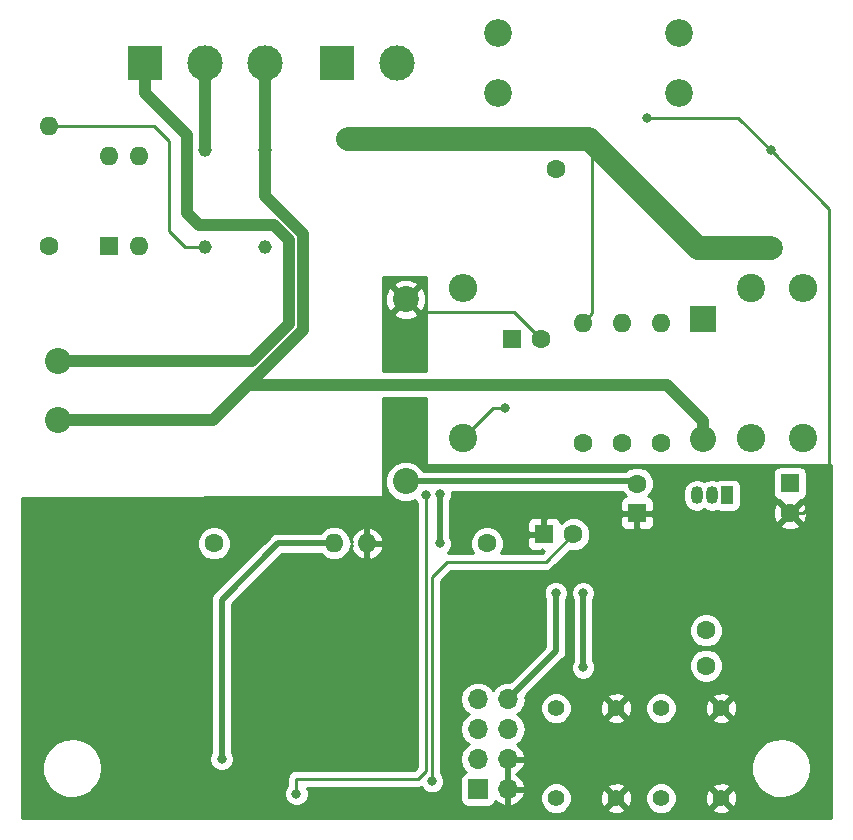
<source format=gbr>
G04 #@! TF.GenerationSoftware,KiCad,Pcbnew,5.0.2+dfsg1-1*
G04 #@! TF.CreationDate,2019-08-06T01:46:57+02:00*
G04 #@! TF.ProjectId,ceiling-light-dimmable,6365696c-696e-4672-9d6c-696768742d64,v1.1.0*
G04 #@! TF.SameCoordinates,Original*
G04 #@! TF.FileFunction,Copper,L2,Bot*
G04 #@! TF.FilePolarity,Positive*
%FSLAX46Y46*%
G04 Gerber Fmt 4.6, Leading zero omitted, Abs format (unit mm)*
G04 Created by KiCad (PCBNEW 5.0.2+dfsg1-1) date Tue 06 Aug 2019 01:46:57 AM CEST*
%MOMM*%
%LPD*%
G01*
G04 APERTURE LIST*
G04 #@! TA.AperFunction,ComponentPad*
%ADD10R,1.700000X1.700000*%
G04 #@! TD*
G04 #@! TA.AperFunction,ComponentPad*
%ADD11O,1.700000X1.700000*%
G04 #@! TD*
G04 #@! TA.AperFunction,ComponentPad*
%ADD12R,1.600000X1.600000*%
G04 #@! TD*
G04 #@! TA.AperFunction,ComponentPad*
%ADD13C,1.600000*%
G04 #@! TD*
G04 #@! TA.AperFunction,ComponentPad*
%ADD14C,1.397000*%
G04 #@! TD*
G04 #@! TA.AperFunction,ComponentPad*
%ADD15R,2.200000X2.200000*%
G04 #@! TD*
G04 #@! TA.AperFunction,ComponentPad*
%ADD16O,2.200000X2.200000*%
G04 #@! TD*
G04 #@! TA.AperFunction,ComponentPad*
%ADD17C,1.160000*%
G04 #@! TD*
G04 #@! TA.AperFunction,ComponentPad*
%ADD18C,2.350000*%
G04 #@! TD*
G04 #@! TA.AperFunction,ComponentPad*
%ADD19O,1.600000X1.600000*%
G04 #@! TD*
G04 #@! TA.AperFunction,ComponentPad*
%ADD20O,1.050000X1.500000*%
G04 #@! TD*
G04 #@! TA.AperFunction,ComponentPad*
%ADD21R,1.050000X1.500000*%
G04 #@! TD*
G04 #@! TA.AperFunction,ComponentPad*
%ADD22C,2.200000*%
G04 #@! TD*
G04 #@! TA.AperFunction,ComponentPad*
%ADD23C,2.400000*%
G04 #@! TD*
G04 #@! TA.AperFunction,ComponentPad*
%ADD24O,2.400000X2.400000*%
G04 #@! TD*
G04 #@! TA.AperFunction,ComponentPad*
%ADD25R,3.000000X3.000000*%
G04 #@! TD*
G04 #@! TA.AperFunction,ComponentPad*
%ADD26C,3.000000*%
G04 #@! TD*
G04 #@! TA.AperFunction,ViaPad*
%ADD27C,0.800000*%
G04 #@! TD*
G04 #@! TA.AperFunction,ViaPad*
%ADD28C,2.000000*%
G04 #@! TD*
G04 #@! TA.AperFunction,Conductor*
%ADD29C,1.000000*%
G04 #@! TD*
G04 #@! TA.AperFunction,Conductor*
%ADD30C,0.250000*%
G04 #@! TD*
G04 #@! TA.AperFunction,Conductor*
%ADD31C,0.500000*%
G04 #@! TD*
G04 #@! TA.AperFunction,Conductor*
%ADD32C,2.000000*%
G04 #@! TD*
G04 #@! TA.AperFunction,Conductor*
%ADD33C,0.254000*%
G04 #@! TD*
G04 APERTURE END LIST*
D10*
G04 #@! TO.P,J3,1*
G04 #@! TO.N,/ESP_EN*
X67831000Y-91688000D03*
D11*
G04 #@! TO.P,J3,2*
G04 #@! TO.N,GND*
X70371000Y-91688000D03*
G04 #@! TO.P,J3,3*
G04 #@! TO.N,/ESP_TXD0*
X67831000Y-89148000D03*
G04 #@! TO.P,J3,4*
G04 #@! TO.N,GND*
X70371000Y-89148000D03*
G04 #@! TO.P,J3,5*
G04 #@! TO.N,/ESP_RXD0*
X67831000Y-86608000D03*
G04 #@! TO.P,J3,6*
G04 #@! TO.N,+3V3*
X70371000Y-86608000D03*
G04 #@! TO.P,J3,7*
G04 #@! TO.N,/ESP_GPIO_00*
X67831000Y-84068000D03*
G04 #@! TO.P,J3,8*
G04 #@! TO.N,+5V*
X70371000Y-84068000D03*
G04 #@! TD*
D12*
G04 #@! TO.P,C5,1*
G04 #@! TO.N,+3V3*
X70675000Y-53600000D03*
D13*
G04 #@! TO.P,C5,2*
G04 #@! TO.N,GND*
X73175000Y-53600000D03*
G04 #@! TD*
G04 #@! TO.P,C4,2*
G04 #@! TO.N,+5V*
X81293000Y-65820000D03*
D12*
G04 #@! TO.P,C4,1*
G04 #@! TO.N,GND*
X81293000Y-68320000D03*
G04 #@! TD*
G04 #@! TO.P,C1,1*
G04 #@! TO.N,GND*
X73419000Y-70098000D03*
D13*
G04 #@! TO.P,C1,2*
G04 #@! TO.N,/ESP_GPIO_25*
X75919000Y-70098000D03*
G04 #@! TD*
G04 #@! TO.P,C2,2*
G04 #@! TO.N,GND*
X74450000Y-39150000D03*
D12*
G04 #@! TO.P,C2,1*
G04 #@! TO.N,Net-(C2-Pad1)*
X74450000Y-36650000D03*
G04 #@! TD*
G04 #@! TO.P,C3,1*
G04 #@! TO.N,Net-(C3-Pad1)*
X94247000Y-65780000D03*
D13*
G04 #@! TO.P,C3,2*
G04 #@! TO.N,GND*
X94247000Y-68280000D03*
G04 #@! TD*
D14*
G04 #@! TO.P,SW2,2*
G04 #@! TO.N,/ESP_EN*
X74435000Y-84830000D03*
G04 #@! TO.P,SW2,1*
G04 #@! TO.N,GND*
X79515000Y-84830000D03*
G04 #@! TO.P,SW2,2*
G04 #@! TO.N,/ESP_EN*
X74435000Y-92450000D03*
G04 #@! TO.P,SW2,1*
G04 #@! TO.N,GND*
X79515000Y-92450000D03*
G04 #@! TD*
G04 #@! TO.P,SW1,1*
G04 #@! TO.N,Net-(SW1-Pad1)*
X83325000Y-84830000D03*
G04 #@! TO.P,SW1,2*
G04 #@! TO.N,GND*
X88405000Y-84830000D03*
G04 #@! TO.P,SW1,1*
G04 #@! TO.N,Net-(SW1-Pad1)*
X83325000Y-92450000D03*
G04 #@! TO.P,SW1,2*
G04 #@! TO.N,GND*
X88405000Y-92450000D03*
G04 #@! TD*
D15*
G04 #@! TO.P,D2,1*
G04 #@! TO.N,Net-(D2-Pad1)*
X86881000Y-51902000D03*
D16*
G04 #@! TO.P,D2,2*
G04 #@! TO.N,/N_MAIN*
X86881000Y-62062000D03*
G04 #@! TD*
D17*
G04 #@! TO.P,BR1,4*
G04 #@! TO.N,/L_M1*
X44707000Y-37525000D03*
G04 #@! TO.P,BR1,3*
G04 #@! TO.N,/N_MAIN*
X49807000Y-37525000D03*
G04 #@! TO.P,BR1,2*
G04 #@! TO.N,Net-(BR1-Pad2)*
X49807000Y-45775000D03*
G04 #@! TO.P,BR1,1*
G04 #@! TO.N,Net-(BR1-Pad1)*
X44707000Y-45775000D03*
G04 #@! TD*
D18*
G04 #@! TO.P,F1,2*
G04 #@! TO.N,Net-(F1-Pad2)*
X69529000Y-32760000D03*
X69529000Y-27680000D03*
G04 #@! TO.P,F1,1*
G04 #@! TO.N,/L_OUT*
X84849000Y-32760000D03*
X84849000Y-27680000D03*
G04 #@! TD*
D13*
G04 #@! TO.P,R7,1*
G04 #@! TO.N,+3V3*
X87135000Y-78226000D03*
G04 #@! TO.P,R7,2*
G04 #@! TO.N,/ESP_GPIO_34*
X87135000Y-81226000D03*
G04 #@! TD*
D12*
G04 #@! TO.P,U1,1*
G04 #@! TO.N,Net-(R1-Pad1)*
X36589000Y-45714000D03*
D19*
G04 #@! TO.P,U1,3*
G04 #@! TO.N,GND*
X39129000Y-38094000D03*
G04 #@! TO.P,U1,2*
G04 #@! TO.N,Net-(BR1-Pad2)*
X39129000Y-45714000D03*
G04 #@! TO.P,U1,4*
G04 #@! TO.N,/ESP_GPIO_23*
X36589000Y-38094000D03*
G04 #@! TD*
D20*
G04 #@! TO.P,Q4,2*
G04 #@! TO.N,Net-(Q4-Pad2)*
X87643000Y-66796000D03*
G04 #@! TO.P,Q4,3*
G04 #@! TO.N,Net-(Q4-Pad3)*
X86373000Y-66796000D03*
D21*
G04 #@! TO.P,Q4,1*
G04 #@! TO.N,Net-(C3-Pad1)*
X88913000Y-66796000D03*
G04 #@! TD*
D22*
G04 #@! TO.P,U2,1*
G04 #@! TO.N,/L_M2*
X32303000Y-55406000D03*
G04 #@! TO.P,U2,2*
G04 #@! TO.N,/N_MAIN*
X32303000Y-60406000D03*
G04 #@! TO.P,U2,3*
G04 #@! TO.N,GND*
X61703000Y-50206000D03*
G04 #@! TO.P,U2,4*
G04 #@! TO.N,+5V*
X61703000Y-65606000D03*
G04 #@! TD*
D19*
G04 #@! TO.P,R1,2*
G04 #@! TO.N,Net-(BR1-Pad1)*
X31509000Y-35554000D03*
D13*
G04 #@! TO.P,R1,1*
G04 #@! TO.N,Net-(R1-Pad1)*
X31509000Y-45714000D03*
G04 #@! TD*
G04 #@! TO.P,R2,1*
G04 #@! TO.N,/ESP_GPIO_23*
X45479000Y-70860000D03*
D19*
G04 #@! TO.P,R2,2*
G04 #@! TO.N,+3V3*
X55639000Y-70860000D03*
G04 #@! TD*
D13*
G04 #@! TO.P,R5,1*
G04 #@! TO.N,Net-(Q4-Pad2)*
X83325000Y-62354000D03*
D19*
G04 #@! TO.P,R5,2*
G04 #@! TO.N,Net-(D2-Pad1)*
X83325000Y-52194000D03*
G04 #@! TD*
D13*
G04 #@! TO.P,R6,1*
G04 #@! TO.N,/ESP_GPIO_34*
X68593000Y-70860000D03*
D19*
G04 #@! TO.P,R6,2*
G04 #@! TO.N,GND*
X58433000Y-70860000D03*
G04 #@! TD*
D13*
G04 #@! TO.P,R9,1*
G04 #@! TO.N,Net-(Q4-Pad3)*
X80023000Y-62354000D03*
D19*
G04 #@! TO.P,R9,2*
G04 #@! TO.N,Net-(D2-Pad1)*
X80023000Y-52194000D03*
G04 #@! TD*
G04 #@! TO.P,R11,2*
G04 #@! TO.N,Net-(C2-Pad1)*
X76721000Y-52204000D03*
D13*
G04 #@! TO.P,R11,1*
G04 #@! TO.N,Net-(R11-Pad1)*
X76721000Y-62364000D03*
G04 #@! TD*
D23*
G04 #@! TO.P,R10,1*
G04 #@! TO.N,Net-(R10-Pad1)*
X66561000Y-61970000D03*
D24*
G04 #@! TO.P,R10,2*
G04 #@! TO.N,/L_M2*
X66561000Y-49270000D03*
G04 #@! TD*
G04 #@! TO.P,R12,2*
G04 #@! TO.N,/L_OUT*
X95373000Y-49278000D03*
D23*
G04 #@! TO.P,R12,1*
G04 #@! TO.N,Net-(R12-Pad1)*
X95373000Y-61978000D03*
G04 #@! TD*
G04 #@! TO.P,R13,1*
G04 #@! TO.N,Net-(R13-Pad1)*
X90945000Y-49270000D03*
D24*
G04 #@! TO.P,R13,2*
G04 #@! TO.N,/N_MAIN*
X90945000Y-61970000D03*
G04 #@! TD*
D25*
G04 #@! TO.P,J2,1*
G04 #@! TO.N,/N_MAIN*
X55893000Y-30220000D03*
D26*
G04 #@! TO.P,J2,2*
G04 #@! TO.N,Net-(F1-Pad2)*
X60973000Y-30220000D03*
G04 #@! TD*
D25*
G04 #@! TO.P,J1,1*
G04 #@! TO.N,/L_M2*
X39637000Y-30220000D03*
D26*
G04 #@! TO.P,J1,2*
G04 #@! TO.N,/L_M1*
X44717000Y-30220000D03*
G04 #@! TO.P,J1,3*
G04 #@! TO.N,/N_MAIN*
X49797000Y-30220000D03*
G04 #@! TD*
D27*
G04 #@! TO.N,+3V3*
X46125000Y-89125000D03*
X64600000Y-66725000D03*
X64600000Y-70875000D03*
X76721000Y-81376000D03*
X76721000Y-75076000D03*
G04 #@! TO.N,GND*
X62150000Y-89275000D03*
X44850000Y-92050000D03*
X44850000Y-75075000D03*
X82125000Y-34850000D03*
X92600000Y-37575000D03*
G04 #@! TO.N,Net-(R10-Pad1)*
X70149000Y-59424000D03*
D28*
G04 #@! TO.N,Net-(C2-Pad1)*
X56845000Y-36675000D03*
X92650000Y-45900000D03*
D27*
G04 #@! TO.N,+5V*
X74421000Y-75076000D03*
G04 #@! TO.N,/ESP_GPIO_35*
X52464000Y-92060000D03*
X63425000Y-66750000D03*
G04 #@! TO.N,/ESP_GPIO_25*
X63950000Y-91009989D03*
G04 #@! TD*
D29*
G04 #@! TO.N,/N_MAIN*
X49807000Y-41486930D02*
X53029010Y-44708940D01*
X49807000Y-37525000D02*
X49807000Y-41486930D01*
X53029010Y-44708940D02*
X53029009Y-52815061D01*
X49807000Y-37525000D02*
X49807000Y-30230000D01*
X86881000Y-60506366D02*
X83799634Y-57425000D01*
X86881000Y-62062000D02*
X86881000Y-60506366D01*
X83799634Y-57425000D02*
X48400000Y-57425000D01*
X49218991Y-56606009D02*
X48400000Y-57425000D01*
X53029009Y-52815061D02*
X49238061Y-56606009D01*
X49238061Y-56606009D02*
X49218991Y-56606009D01*
X45419000Y-60406000D02*
X48400000Y-57425000D01*
X32303000Y-60406000D02*
X45419000Y-60406000D01*
D30*
G04 #@! TO.N,Net-(BR1-Pad1)*
X41669000Y-44444000D02*
X43000000Y-45775000D01*
X43000000Y-45775000D02*
X44707000Y-45775000D01*
X41669000Y-36824000D02*
X41669000Y-44444000D01*
X31509000Y-35554000D02*
X40399000Y-35554000D01*
X40399000Y-35554000D02*
X41669000Y-36824000D01*
D31*
G04 #@! TO.N,+3V3*
X55639000Y-70860000D02*
X50890000Y-70860000D01*
X50890000Y-70860000D02*
X46125000Y-75625000D01*
X46125000Y-75625000D02*
X46125000Y-89125000D01*
X64600000Y-66725000D02*
X64600000Y-70875000D01*
X76721000Y-81376000D02*
X76721000Y-75076000D01*
D30*
G04 #@! TO.N,GND*
X72375001Y-52800001D02*
X73175000Y-53600000D01*
X70880999Y-51305999D02*
X72375001Y-52800001D01*
X61703000Y-50206000D02*
X62802999Y-51305999D01*
X62802999Y-51305999D02*
X70880999Y-51305999D01*
X82150000Y-34825000D02*
X82125000Y-34850000D01*
X82690685Y-34850000D02*
X82125000Y-34850000D01*
X95378370Y-68280000D02*
X94247000Y-68280000D01*
X97575000Y-66083370D02*
X95378370Y-68280000D01*
X97575000Y-42550000D02*
X97575000Y-66083370D01*
X92600000Y-37575000D02*
X97575000Y-42550000D01*
X89875000Y-34850000D02*
X82125000Y-34850000D01*
X92600000Y-37575000D02*
X89875000Y-34850000D01*
G04 #@! TO.N,Net-(R10-Pad1)*
X66561000Y-61970000D02*
X69107000Y-59424000D01*
X69107000Y-59424000D02*
X70149000Y-59424000D01*
D32*
G04 #@! TO.N,Net-(C2-Pad1)*
X74425000Y-36675000D02*
X74450000Y-36650000D01*
X56845000Y-36675000D02*
X74425000Y-36675000D01*
X77250000Y-36650000D02*
X74450000Y-36650000D01*
X77520999Y-36920999D02*
X77250000Y-36650000D01*
D30*
X76721000Y-52204000D02*
X77520999Y-51404001D01*
X77520999Y-51404001D02*
X77520999Y-36920999D01*
D32*
X86500000Y-45900000D02*
X77520999Y-36920999D01*
X92650000Y-45900000D02*
X86500000Y-45900000D01*
D31*
G04 #@! TO.N,+5V*
X81079000Y-65606000D02*
X81293000Y-65820000D01*
X61703000Y-65606000D02*
X81079000Y-65606000D01*
X71220999Y-83218001D02*
X71220999Y-83204001D01*
X70371000Y-84068000D02*
X71220999Y-83218001D01*
X71220999Y-83204001D02*
X74421000Y-80004000D01*
X74421000Y-80004000D02*
X74421000Y-75076000D01*
D29*
G04 #@! TO.N,/L_M2*
X48741000Y-55406000D02*
X32303000Y-55406000D01*
X51829000Y-52318000D02*
X48741000Y-55406000D01*
X51829000Y-45206000D02*
X51829000Y-52318000D01*
X50559000Y-43936000D02*
X51829000Y-45206000D01*
X39637000Y-30220000D02*
X39637000Y-32720000D01*
X43193000Y-36276000D02*
X43193000Y-42920000D01*
X43193000Y-42920000D02*
X44209000Y-43936000D01*
X39637000Y-32720000D02*
X43193000Y-36276000D01*
X44209000Y-43936000D02*
X50559000Y-43936000D01*
G04 #@! TO.N,/L_M1*
X44707000Y-37525000D02*
X44707000Y-30230000D01*
D30*
G04 #@! TO.N,/ESP_GPIO_35*
X52464000Y-90810000D02*
X52464000Y-92060000D01*
X62765000Y-90810000D02*
X52464000Y-90810000D01*
X63425000Y-66750000D02*
X63425000Y-90150000D01*
X63425000Y-90150000D02*
X62765000Y-90810000D01*
G04 #@! TO.N,/ESP_GPIO_25*
X63950000Y-82067000D02*
X63950000Y-91009989D01*
X75919000Y-70098000D02*
X73592000Y-72425000D01*
X63950000Y-73725000D02*
X63950000Y-82067000D01*
X73592000Y-72425000D02*
X65250000Y-72425000D01*
X65250000Y-72425000D02*
X63950000Y-73725000D01*
G04 #@! TD*
D33*
G04 #@! TO.N,GND*
G36*
X63473000Y-64125199D02*
X63482744Y-64173785D01*
X63510339Y-64214943D01*
X63551583Y-64242409D01*
X63599916Y-64252000D01*
X97740001Y-64274505D01*
X97740001Y-94165000D01*
X29210000Y-94165000D01*
X29210000Y-89539997D01*
X30945490Y-89539997D01*
X30951456Y-90299690D01*
X31180540Y-91024045D01*
X31612485Y-91649018D01*
X32209103Y-92119354D01*
X32917644Y-92393467D01*
X33675463Y-92447124D01*
X34415558Y-92275579D01*
X35072495Y-91894000D01*
X35109354Y-91854126D01*
X51429000Y-91854126D01*
X51429000Y-92265874D01*
X51586569Y-92646280D01*
X51877720Y-92937431D01*
X52258126Y-93095000D01*
X52669874Y-93095000D01*
X53050280Y-92937431D01*
X53341431Y-92646280D01*
X53499000Y-92265874D01*
X53499000Y-91854126D01*
X53381311Y-91570000D01*
X62690153Y-91570000D01*
X62765000Y-91584888D01*
X62839847Y-91570000D01*
X62839852Y-91570000D01*
X63044802Y-91529233D01*
X63072569Y-91596269D01*
X63363720Y-91887420D01*
X63744126Y-92044989D01*
X64155874Y-92044989D01*
X64536280Y-91887420D01*
X64827431Y-91596269D01*
X64985000Y-91215863D01*
X64985000Y-90804115D01*
X64827431Y-90423709D01*
X64710000Y-90306278D01*
X64710000Y-84068000D01*
X66316908Y-84068000D01*
X66432161Y-84647418D01*
X66760375Y-85138625D01*
X67058761Y-85338000D01*
X66760375Y-85537375D01*
X66432161Y-86028582D01*
X66316908Y-86608000D01*
X66432161Y-87187418D01*
X66760375Y-87678625D01*
X67058761Y-87878000D01*
X66760375Y-88077375D01*
X66432161Y-88568582D01*
X66316908Y-89148000D01*
X66432161Y-89727418D01*
X66760375Y-90218625D01*
X66778619Y-90230816D01*
X66733235Y-90239843D01*
X66523191Y-90380191D01*
X66382843Y-90590235D01*
X66333560Y-90838000D01*
X66333560Y-92538000D01*
X66382843Y-92785765D01*
X66523191Y-92995809D01*
X66733235Y-93136157D01*
X66981000Y-93185440D01*
X68681000Y-93185440D01*
X68928765Y-93136157D01*
X69138809Y-92995809D01*
X69279157Y-92785765D01*
X69300961Y-92676145D01*
X69489642Y-92883183D01*
X70014108Y-93129486D01*
X70244000Y-93008819D01*
X70244000Y-91815000D01*
X70498000Y-91815000D01*
X70498000Y-93008819D01*
X70727892Y-93129486D01*
X71252358Y-92883183D01*
X71642645Y-92454924D01*
X71754547Y-92184750D01*
X73101500Y-92184750D01*
X73101500Y-92715250D01*
X73304513Y-93205367D01*
X73679633Y-93580487D01*
X74169750Y-93783500D01*
X74700250Y-93783500D01*
X75190367Y-93580487D01*
X75386666Y-93384188D01*
X78760417Y-93384188D01*
X78822071Y-93619800D01*
X79322480Y-93795927D01*
X79852199Y-93767148D01*
X80207929Y-93619800D01*
X80269583Y-93384188D01*
X79515000Y-92629605D01*
X78760417Y-93384188D01*
X75386666Y-93384188D01*
X75565487Y-93205367D01*
X75768500Y-92715250D01*
X75768500Y-92257480D01*
X78169073Y-92257480D01*
X78197852Y-92787199D01*
X78345200Y-93142929D01*
X78580812Y-93204583D01*
X79335395Y-92450000D01*
X79694605Y-92450000D01*
X80449188Y-93204583D01*
X80684800Y-93142929D01*
X80860927Y-92642520D01*
X80836057Y-92184750D01*
X81991500Y-92184750D01*
X81991500Y-92715250D01*
X82194513Y-93205367D01*
X82569633Y-93580487D01*
X83059750Y-93783500D01*
X83590250Y-93783500D01*
X84080367Y-93580487D01*
X84276666Y-93384188D01*
X87650417Y-93384188D01*
X87712071Y-93619800D01*
X88212480Y-93795927D01*
X88742199Y-93767148D01*
X89097929Y-93619800D01*
X89159583Y-93384188D01*
X88405000Y-92629605D01*
X87650417Y-93384188D01*
X84276666Y-93384188D01*
X84455487Y-93205367D01*
X84658500Y-92715250D01*
X84658500Y-92257480D01*
X87059073Y-92257480D01*
X87087852Y-92787199D01*
X87235200Y-93142929D01*
X87470812Y-93204583D01*
X88225395Y-92450000D01*
X88584605Y-92450000D01*
X89339188Y-93204583D01*
X89574800Y-93142929D01*
X89750927Y-92642520D01*
X89722148Y-92112801D01*
X89574800Y-91757071D01*
X89339188Y-91695417D01*
X88584605Y-92450000D01*
X88225395Y-92450000D01*
X87470812Y-91695417D01*
X87235200Y-91757071D01*
X87059073Y-92257480D01*
X84658500Y-92257480D01*
X84658500Y-92184750D01*
X84455487Y-91694633D01*
X84276666Y-91515812D01*
X87650417Y-91515812D01*
X88405000Y-92270395D01*
X89159583Y-91515812D01*
X89097929Y-91280200D01*
X88597520Y-91104073D01*
X88067801Y-91132852D01*
X87712071Y-91280200D01*
X87650417Y-91515812D01*
X84276666Y-91515812D01*
X84080367Y-91319513D01*
X83590250Y-91116500D01*
X83059750Y-91116500D01*
X82569633Y-91319513D01*
X82194513Y-91694633D01*
X81991500Y-92184750D01*
X80836057Y-92184750D01*
X80832148Y-92112801D01*
X80684800Y-91757071D01*
X80449188Y-91695417D01*
X79694605Y-92450000D01*
X79335395Y-92450000D01*
X78580812Y-91695417D01*
X78345200Y-91757071D01*
X78169073Y-92257480D01*
X75768500Y-92257480D01*
X75768500Y-92184750D01*
X75565487Y-91694633D01*
X75386666Y-91515812D01*
X78760417Y-91515812D01*
X79515000Y-92270395D01*
X80269583Y-91515812D01*
X80207929Y-91280200D01*
X79707520Y-91104073D01*
X79177801Y-91132852D01*
X78822071Y-91280200D01*
X78760417Y-91515812D01*
X75386666Y-91515812D01*
X75190367Y-91319513D01*
X74700250Y-91116500D01*
X74169750Y-91116500D01*
X73679633Y-91319513D01*
X73304513Y-91694633D01*
X73101500Y-92184750D01*
X71754547Y-92184750D01*
X71812476Y-92044890D01*
X71691155Y-91815000D01*
X70498000Y-91815000D01*
X70244000Y-91815000D01*
X70224000Y-91815000D01*
X70224000Y-91561000D01*
X70244000Y-91561000D01*
X70244000Y-89275000D01*
X70498000Y-89275000D01*
X70498000Y-91561000D01*
X71691155Y-91561000D01*
X71812476Y-91331110D01*
X71642645Y-90921076D01*
X71252358Y-90492817D01*
X71093046Y-90418000D01*
X71252358Y-90343183D01*
X71642645Y-89914924D01*
X71797935Y-89539997D01*
X90945490Y-89539997D01*
X90951456Y-90299690D01*
X91180540Y-91024045D01*
X91612485Y-91649018D01*
X92209103Y-92119354D01*
X92917644Y-92393467D01*
X93675463Y-92447124D01*
X94415558Y-92275579D01*
X95072495Y-91894000D01*
X95588191Y-91336123D01*
X95917051Y-90651273D01*
X96030000Y-89900000D01*
X96029685Y-89859868D01*
X95904949Y-89110462D01*
X95565373Y-88430862D01*
X95040978Y-87881154D01*
X94378128Y-87509941D01*
X93635430Y-87350042D01*
X92878547Y-87415595D01*
X92174399Y-87700804D01*
X91585243Y-88180453D01*
X91163167Y-88812134D01*
X90945490Y-89539997D01*
X71797935Y-89539997D01*
X71812476Y-89504890D01*
X71691155Y-89275000D01*
X70498000Y-89275000D01*
X70244000Y-89275000D01*
X70224000Y-89275000D01*
X70224000Y-89021000D01*
X70244000Y-89021000D01*
X70244000Y-89001000D01*
X70498000Y-89001000D01*
X70498000Y-89021000D01*
X71691155Y-89021000D01*
X71812476Y-88791110D01*
X71642645Y-88381076D01*
X71252358Y-87952817D01*
X71122522Y-87891843D01*
X71441625Y-87678625D01*
X71769839Y-87187418D01*
X71885092Y-86608000D01*
X71769839Y-86028582D01*
X71441625Y-85537375D01*
X71143239Y-85338000D01*
X71441625Y-85138625D01*
X71769839Y-84647418D01*
X71786282Y-84564750D01*
X73101500Y-84564750D01*
X73101500Y-85095250D01*
X73304513Y-85585367D01*
X73679633Y-85960487D01*
X74169750Y-86163500D01*
X74700250Y-86163500D01*
X75190367Y-85960487D01*
X75386666Y-85764188D01*
X78760417Y-85764188D01*
X78822071Y-85999800D01*
X79322480Y-86175927D01*
X79852199Y-86147148D01*
X80207929Y-85999800D01*
X80269583Y-85764188D01*
X79515000Y-85009605D01*
X78760417Y-85764188D01*
X75386666Y-85764188D01*
X75565487Y-85585367D01*
X75768500Y-85095250D01*
X75768500Y-84637480D01*
X78169073Y-84637480D01*
X78197852Y-85167199D01*
X78345200Y-85522929D01*
X78580812Y-85584583D01*
X79335395Y-84830000D01*
X79694605Y-84830000D01*
X80449188Y-85584583D01*
X80684800Y-85522929D01*
X80860927Y-85022520D01*
X80836057Y-84564750D01*
X81991500Y-84564750D01*
X81991500Y-85095250D01*
X82194513Y-85585367D01*
X82569633Y-85960487D01*
X83059750Y-86163500D01*
X83590250Y-86163500D01*
X84080367Y-85960487D01*
X84276666Y-85764188D01*
X87650417Y-85764188D01*
X87712071Y-85999800D01*
X88212480Y-86175927D01*
X88742199Y-86147148D01*
X89097929Y-85999800D01*
X89159583Y-85764188D01*
X88405000Y-85009605D01*
X87650417Y-85764188D01*
X84276666Y-85764188D01*
X84455487Y-85585367D01*
X84658500Y-85095250D01*
X84658500Y-84637480D01*
X87059073Y-84637480D01*
X87087852Y-85167199D01*
X87235200Y-85522929D01*
X87470812Y-85584583D01*
X88225395Y-84830000D01*
X88584605Y-84830000D01*
X89339188Y-85584583D01*
X89574800Y-85522929D01*
X89750927Y-85022520D01*
X89722148Y-84492801D01*
X89574800Y-84137071D01*
X89339188Y-84075417D01*
X88584605Y-84830000D01*
X88225395Y-84830000D01*
X87470812Y-84075417D01*
X87235200Y-84137071D01*
X87059073Y-84637480D01*
X84658500Y-84637480D01*
X84658500Y-84564750D01*
X84455487Y-84074633D01*
X84276666Y-83895812D01*
X87650417Y-83895812D01*
X88405000Y-84650395D01*
X89159583Y-83895812D01*
X89097929Y-83660200D01*
X88597520Y-83484073D01*
X88067801Y-83512852D01*
X87712071Y-83660200D01*
X87650417Y-83895812D01*
X84276666Y-83895812D01*
X84080367Y-83699513D01*
X83590250Y-83496500D01*
X83059750Y-83496500D01*
X82569633Y-83699513D01*
X82194513Y-84074633D01*
X81991500Y-84564750D01*
X80836057Y-84564750D01*
X80832148Y-84492801D01*
X80684800Y-84137071D01*
X80449188Y-84075417D01*
X79694605Y-84830000D01*
X79335395Y-84830000D01*
X78580812Y-84075417D01*
X78345200Y-84137071D01*
X78169073Y-84637480D01*
X75768500Y-84637480D01*
X75768500Y-84564750D01*
X75565487Y-84074633D01*
X75386666Y-83895812D01*
X78760417Y-83895812D01*
X79515000Y-84650395D01*
X80269583Y-83895812D01*
X80207929Y-83660200D01*
X79707520Y-83484073D01*
X79177801Y-83512852D01*
X78822071Y-83660200D01*
X78760417Y-83895812D01*
X75386666Y-83895812D01*
X75190367Y-83699513D01*
X74700250Y-83496500D01*
X74169750Y-83496500D01*
X73679633Y-83699513D01*
X73304513Y-84074633D01*
X73101500Y-84564750D01*
X71786282Y-84564750D01*
X71885092Y-84068000D01*
X71844823Y-83865555D01*
X71859048Y-83856050D01*
X71936616Y-83739962D01*
X74985156Y-80691423D01*
X75059049Y-80642049D01*
X75254652Y-80349310D01*
X75306000Y-80091165D01*
X75306000Y-80091161D01*
X75323337Y-80004000D01*
X75306000Y-79916839D01*
X75306000Y-75644007D01*
X75456000Y-75281874D01*
X75456000Y-74870126D01*
X75686000Y-74870126D01*
X75686000Y-75281874D01*
X75836001Y-75644009D01*
X75836000Y-80807993D01*
X75686000Y-81170126D01*
X75686000Y-81581874D01*
X75843569Y-81962280D01*
X76134720Y-82253431D01*
X76515126Y-82411000D01*
X76926874Y-82411000D01*
X77307280Y-82253431D01*
X77598431Y-81962280D01*
X77756000Y-81581874D01*
X77756000Y-81170126D01*
X77660912Y-80940561D01*
X85700000Y-80940561D01*
X85700000Y-81511439D01*
X85918466Y-82038862D01*
X86322138Y-82442534D01*
X86849561Y-82661000D01*
X87420439Y-82661000D01*
X87947862Y-82442534D01*
X88351534Y-82038862D01*
X88570000Y-81511439D01*
X88570000Y-80940561D01*
X88351534Y-80413138D01*
X87947862Y-80009466D01*
X87420439Y-79791000D01*
X86849561Y-79791000D01*
X86322138Y-80009466D01*
X85918466Y-80413138D01*
X85700000Y-80940561D01*
X77660912Y-80940561D01*
X77606000Y-80807993D01*
X77606000Y-77940561D01*
X85700000Y-77940561D01*
X85700000Y-78511439D01*
X85918466Y-79038862D01*
X86322138Y-79442534D01*
X86849561Y-79661000D01*
X87420439Y-79661000D01*
X87947862Y-79442534D01*
X88351534Y-79038862D01*
X88570000Y-78511439D01*
X88570000Y-77940561D01*
X88351534Y-77413138D01*
X87947862Y-77009466D01*
X87420439Y-76791000D01*
X86849561Y-76791000D01*
X86322138Y-77009466D01*
X85918466Y-77413138D01*
X85700000Y-77940561D01*
X77606000Y-77940561D01*
X77606000Y-75644007D01*
X77756000Y-75281874D01*
X77756000Y-74870126D01*
X77598431Y-74489720D01*
X77307280Y-74198569D01*
X76926874Y-74041000D01*
X76515126Y-74041000D01*
X76134720Y-74198569D01*
X75843569Y-74489720D01*
X75686000Y-74870126D01*
X75456000Y-74870126D01*
X75298431Y-74489720D01*
X75007280Y-74198569D01*
X74626874Y-74041000D01*
X74215126Y-74041000D01*
X73834720Y-74198569D01*
X73543569Y-74489720D01*
X73386000Y-74870126D01*
X73386000Y-75281874D01*
X73536001Y-75644009D01*
X73536000Y-79637421D01*
X70656845Y-82516577D01*
X70582950Y-82565952D01*
X70565188Y-82592534D01*
X70517256Y-82583000D01*
X70224744Y-82583000D01*
X69791582Y-82669161D01*
X69300375Y-82997375D01*
X69101000Y-83295761D01*
X68901625Y-82997375D01*
X68410418Y-82669161D01*
X67977256Y-82583000D01*
X67684744Y-82583000D01*
X67251582Y-82669161D01*
X66760375Y-82997375D01*
X66432161Y-83488582D01*
X66316908Y-84068000D01*
X64710000Y-84068000D01*
X64710000Y-74039801D01*
X65564802Y-73185000D01*
X73517153Y-73185000D01*
X73592000Y-73199888D01*
X73666847Y-73185000D01*
X73666852Y-73185000D01*
X73888537Y-73140904D01*
X74139929Y-72972929D01*
X74182331Y-72909470D01*
X75580698Y-71511103D01*
X75633561Y-71533000D01*
X76204439Y-71533000D01*
X76731862Y-71314534D01*
X77135534Y-70910862D01*
X77354000Y-70383439D01*
X77354000Y-69812561D01*
X77135534Y-69285138D01*
X76731862Y-68881466D01*
X76204439Y-68663000D01*
X75633561Y-68663000D01*
X75106138Y-68881466D01*
X74842845Y-69144759D01*
X74757327Y-68938301D01*
X74578698Y-68759673D01*
X74345309Y-68663000D01*
X73704750Y-68663000D01*
X73546000Y-68821750D01*
X73546000Y-69971000D01*
X73566000Y-69971000D01*
X73566000Y-70225000D01*
X73546000Y-70225000D01*
X73546000Y-70245000D01*
X73292000Y-70245000D01*
X73292000Y-70225000D01*
X72142750Y-70225000D01*
X71984000Y-70383750D01*
X71984000Y-71024310D01*
X72080673Y-71257699D01*
X72259302Y-71436327D01*
X72492691Y-71533000D01*
X73133250Y-71533000D01*
X73291998Y-71374252D01*
X73291998Y-71533000D01*
X73409199Y-71533000D01*
X73277199Y-71665000D01*
X69812791Y-71665000D01*
X70028000Y-71145439D01*
X70028000Y-70574561D01*
X69809534Y-70047138D01*
X69405862Y-69643466D01*
X68878439Y-69425000D01*
X68307561Y-69425000D01*
X67780138Y-69643466D01*
X67376466Y-70047138D01*
X67158000Y-70574561D01*
X67158000Y-71145439D01*
X67373209Y-71665000D01*
X65324848Y-71665000D01*
X65282195Y-71656516D01*
X65477431Y-71461280D01*
X65635000Y-71080874D01*
X65635000Y-70669126D01*
X65485000Y-70306993D01*
X65485000Y-69171690D01*
X71984000Y-69171690D01*
X71984000Y-69812250D01*
X72142750Y-69971000D01*
X73292000Y-69971000D01*
X73292000Y-68821750D01*
X73133250Y-68663000D01*
X72492691Y-68663000D01*
X72259302Y-68759673D01*
X72080673Y-68938301D01*
X71984000Y-69171690D01*
X65485000Y-69171690D01*
X65485000Y-68605750D01*
X79858000Y-68605750D01*
X79858000Y-69246309D01*
X79954673Y-69479698D01*
X80133301Y-69658327D01*
X80366690Y-69755000D01*
X81007250Y-69755000D01*
X81166000Y-69596250D01*
X81166000Y-68447000D01*
X81420000Y-68447000D01*
X81420000Y-69596250D01*
X81578750Y-69755000D01*
X82219310Y-69755000D01*
X82452699Y-69658327D01*
X82631327Y-69479698D01*
X82710836Y-69287745D01*
X93418861Y-69287745D01*
X93492995Y-69533864D01*
X94030223Y-69726965D01*
X94600454Y-69699778D01*
X95001005Y-69533864D01*
X95075139Y-69287745D01*
X94247000Y-68459605D01*
X93418861Y-69287745D01*
X82710836Y-69287745D01*
X82728000Y-69246309D01*
X82728000Y-68605750D01*
X82569250Y-68447000D01*
X81420000Y-68447000D01*
X81166000Y-68447000D01*
X80016750Y-68447000D01*
X79858000Y-68605750D01*
X65485000Y-68605750D01*
X65485000Y-67293007D01*
X65635000Y-66930874D01*
X65635000Y-66519126D01*
X65623350Y-66491000D01*
X80017705Y-66491000D01*
X80076466Y-66632862D01*
X80339759Y-66896155D01*
X80133301Y-66981673D01*
X79954673Y-67160302D01*
X79858000Y-67393691D01*
X79858000Y-68034250D01*
X80016750Y-68193000D01*
X81166000Y-68193000D01*
X81166000Y-68173000D01*
X81420000Y-68173000D01*
X81420000Y-68193000D01*
X82569250Y-68193000D01*
X82728000Y-68034250D01*
X82728000Y-67393691D01*
X82631327Y-67160302D01*
X82452699Y-66981673D01*
X82246241Y-66896155D01*
X82509534Y-66632862D01*
X82582480Y-66456754D01*
X85213000Y-66456754D01*
X85213000Y-67135245D01*
X85280305Y-67473608D01*
X85536687Y-67857313D01*
X85920391Y-68113695D01*
X86373000Y-68203725D01*
X86825608Y-68113695D01*
X87008000Y-67991825D01*
X87190391Y-68113695D01*
X87643000Y-68203725D01*
X88094866Y-68113842D01*
X88140235Y-68144157D01*
X88388000Y-68193440D01*
X89438000Y-68193440D01*
X89685765Y-68144157D01*
X89806890Y-68063223D01*
X92800035Y-68063223D01*
X92827222Y-68633454D01*
X92993136Y-69034005D01*
X93239255Y-69108139D01*
X94067395Y-68280000D01*
X94426605Y-68280000D01*
X95254745Y-69108139D01*
X95500864Y-69034005D01*
X95693965Y-68496777D01*
X95666778Y-67926546D01*
X95500864Y-67525995D01*
X95254745Y-67451861D01*
X94426605Y-68280000D01*
X94067395Y-68280000D01*
X93239255Y-67451861D01*
X92993136Y-67525995D01*
X92800035Y-68063223D01*
X89806890Y-68063223D01*
X89895809Y-68003809D01*
X90036157Y-67793765D01*
X90085440Y-67546000D01*
X90085440Y-66046000D01*
X90036157Y-65798235D01*
X89895809Y-65588191D01*
X89685765Y-65447843D01*
X89438000Y-65398560D01*
X88388000Y-65398560D01*
X88140235Y-65447843D01*
X88094867Y-65478157D01*
X87643000Y-65388275D01*
X87190392Y-65478305D01*
X87008001Y-65600175D01*
X86825609Y-65478305D01*
X86373000Y-65388275D01*
X85920392Y-65478305D01*
X85536688Y-65734687D01*
X85280305Y-66118391D01*
X85213000Y-66456754D01*
X82582480Y-66456754D01*
X82728000Y-66105439D01*
X82728000Y-65534561D01*
X82509534Y-65007138D01*
X82482396Y-64980000D01*
X92799560Y-64980000D01*
X92799560Y-66580000D01*
X92848843Y-66827765D01*
X92989191Y-67037809D01*
X93199235Y-67178157D01*
X93433187Y-67224693D01*
X93418861Y-67272255D01*
X94247000Y-68100395D01*
X95075139Y-67272255D01*
X95060813Y-67224693D01*
X95294765Y-67178157D01*
X95504809Y-67037809D01*
X95645157Y-66827765D01*
X95694440Y-66580000D01*
X95694440Y-64980000D01*
X95645157Y-64732235D01*
X95504809Y-64522191D01*
X95294765Y-64381843D01*
X95047000Y-64332560D01*
X93447000Y-64332560D01*
X93199235Y-64381843D01*
X92989191Y-64522191D01*
X92848843Y-64732235D01*
X92799560Y-64980000D01*
X82482396Y-64980000D01*
X82105862Y-64603466D01*
X81578439Y-64385000D01*
X81007561Y-64385000D01*
X80480138Y-64603466D01*
X80362604Y-64721000D01*
X63214372Y-64721000D01*
X63173862Y-64623201D01*
X62685799Y-64135138D01*
X62048113Y-63871000D01*
X61357887Y-63871000D01*
X60720201Y-64135138D01*
X60232138Y-64623201D01*
X59968000Y-65260887D01*
X59968000Y-65951113D01*
X60232138Y-66588799D01*
X60720201Y-67076862D01*
X61357887Y-67341000D01*
X62048113Y-67341000D01*
X62476094Y-67163724D01*
X62547569Y-67336280D01*
X62665000Y-67453711D01*
X62665001Y-89835197D01*
X62450199Y-90050000D01*
X52538852Y-90050000D01*
X52464000Y-90035111D01*
X52389148Y-90050000D01*
X52167463Y-90094096D01*
X51916071Y-90262071D01*
X51748096Y-90513463D01*
X51689111Y-90810000D01*
X51704000Y-90884852D01*
X51704000Y-91356289D01*
X51586569Y-91473720D01*
X51429000Y-91854126D01*
X35109354Y-91854126D01*
X35588191Y-91336123D01*
X35917051Y-90651273D01*
X36030000Y-89900000D01*
X36029685Y-89859868D01*
X35904949Y-89110462D01*
X35809345Y-88919126D01*
X45090000Y-88919126D01*
X45090000Y-89330874D01*
X45247569Y-89711280D01*
X45538720Y-90002431D01*
X45919126Y-90160000D01*
X46330874Y-90160000D01*
X46711280Y-90002431D01*
X47002431Y-89711280D01*
X47160000Y-89330874D01*
X47160000Y-88919126D01*
X47010000Y-88556993D01*
X47010000Y-75991578D01*
X51256579Y-71745000D01*
X54504479Y-71745000D01*
X54604423Y-71894577D01*
X55079091Y-72211740D01*
X55497667Y-72295000D01*
X55780333Y-72295000D01*
X56198909Y-72211740D01*
X56673577Y-71894577D01*
X56990740Y-71419909D01*
X57076851Y-70987002D01*
X57163084Y-70987002D01*
X57041096Y-71209039D01*
X57201959Y-71597423D01*
X57577866Y-72012389D01*
X58083959Y-72251914D01*
X58306000Y-72130629D01*
X58306000Y-70987000D01*
X58560000Y-70987000D01*
X58560000Y-72130629D01*
X58782041Y-72251914D01*
X59288134Y-72012389D01*
X59664041Y-71597423D01*
X59824904Y-71209039D01*
X59702915Y-70987000D01*
X58560000Y-70987000D01*
X58306000Y-70987000D01*
X58286000Y-70987000D01*
X58286000Y-70733000D01*
X58306000Y-70733000D01*
X58306000Y-69589371D01*
X58560000Y-69589371D01*
X58560000Y-70733000D01*
X59702915Y-70733000D01*
X59824904Y-70510961D01*
X59664041Y-70122577D01*
X59288134Y-69707611D01*
X58782041Y-69468086D01*
X58560000Y-69589371D01*
X58306000Y-69589371D01*
X58083959Y-69468086D01*
X57577866Y-69707611D01*
X57201959Y-70122577D01*
X57041096Y-70510961D01*
X57163084Y-70732998D01*
X57076851Y-70732998D01*
X56990740Y-70300091D01*
X56673577Y-69825423D01*
X56198909Y-69508260D01*
X55780333Y-69425000D01*
X55497667Y-69425000D01*
X55079091Y-69508260D01*
X54604423Y-69825423D01*
X54504479Y-69975000D01*
X50977161Y-69975000D01*
X50890000Y-69957663D01*
X50802839Y-69975000D01*
X50802835Y-69975000D01*
X50544690Y-70026348D01*
X50325845Y-70172576D01*
X50325844Y-70172577D01*
X50251951Y-70221951D01*
X50202577Y-70295844D01*
X45560847Y-74937575D01*
X45486951Y-74986951D01*
X45291348Y-75279691D01*
X45240000Y-75537836D01*
X45240000Y-75537839D01*
X45222663Y-75625000D01*
X45240000Y-75712161D01*
X45240001Y-88556991D01*
X45090000Y-88919126D01*
X35809345Y-88919126D01*
X35565373Y-88430862D01*
X35040978Y-87881154D01*
X34378128Y-87509941D01*
X33635430Y-87350042D01*
X32878547Y-87415595D01*
X32174399Y-87700804D01*
X31585243Y-88180453D01*
X31163167Y-88812134D01*
X30945490Y-89539997D01*
X29210000Y-89539997D01*
X29210000Y-70574561D01*
X44044000Y-70574561D01*
X44044000Y-71145439D01*
X44262466Y-71672862D01*
X44666138Y-72076534D01*
X45193561Y-72295000D01*
X45764439Y-72295000D01*
X46291862Y-72076534D01*
X46695534Y-71672862D01*
X46914000Y-71145439D01*
X46914000Y-70574561D01*
X46695534Y-70047138D01*
X46291862Y-69643466D01*
X45764439Y-69425000D01*
X45193561Y-69425000D01*
X44666138Y-69643466D01*
X44262466Y-70047138D01*
X44044000Y-70574561D01*
X29210000Y-70574561D01*
X29210000Y-67047035D01*
X59675292Y-66977000D01*
X59723870Y-66967221D01*
X59765009Y-66939596D01*
X59792444Y-66898331D01*
X59802000Y-66850000D01*
X59802000Y-58560000D01*
X63464263Y-58560000D01*
X63473000Y-64125199D01*
X63473000Y-64125199D01*
G37*
X63473000Y-64125199D02*
X63482744Y-64173785D01*
X63510339Y-64214943D01*
X63551583Y-64242409D01*
X63599916Y-64252000D01*
X97740001Y-64274505D01*
X97740001Y-94165000D01*
X29210000Y-94165000D01*
X29210000Y-89539997D01*
X30945490Y-89539997D01*
X30951456Y-90299690D01*
X31180540Y-91024045D01*
X31612485Y-91649018D01*
X32209103Y-92119354D01*
X32917644Y-92393467D01*
X33675463Y-92447124D01*
X34415558Y-92275579D01*
X35072495Y-91894000D01*
X35109354Y-91854126D01*
X51429000Y-91854126D01*
X51429000Y-92265874D01*
X51586569Y-92646280D01*
X51877720Y-92937431D01*
X52258126Y-93095000D01*
X52669874Y-93095000D01*
X53050280Y-92937431D01*
X53341431Y-92646280D01*
X53499000Y-92265874D01*
X53499000Y-91854126D01*
X53381311Y-91570000D01*
X62690153Y-91570000D01*
X62765000Y-91584888D01*
X62839847Y-91570000D01*
X62839852Y-91570000D01*
X63044802Y-91529233D01*
X63072569Y-91596269D01*
X63363720Y-91887420D01*
X63744126Y-92044989D01*
X64155874Y-92044989D01*
X64536280Y-91887420D01*
X64827431Y-91596269D01*
X64985000Y-91215863D01*
X64985000Y-90804115D01*
X64827431Y-90423709D01*
X64710000Y-90306278D01*
X64710000Y-84068000D01*
X66316908Y-84068000D01*
X66432161Y-84647418D01*
X66760375Y-85138625D01*
X67058761Y-85338000D01*
X66760375Y-85537375D01*
X66432161Y-86028582D01*
X66316908Y-86608000D01*
X66432161Y-87187418D01*
X66760375Y-87678625D01*
X67058761Y-87878000D01*
X66760375Y-88077375D01*
X66432161Y-88568582D01*
X66316908Y-89148000D01*
X66432161Y-89727418D01*
X66760375Y-90218625D01*
X66778619Y-90230816D01*
X66733235Y-90239843D01*
X66523191Y-90380191D01*
X66382843Y-90590235D01*
X66333560Y-90838000D01*
X66333560Y-92538000D01*
X66382843Y-92785765D01*
X66523191Y-92995809D01*
X66733235Y-93136157D01*
X66981000Y-93185440D01*
X68681000Y-93185440D01*
X68928765Y-93136157D01*
X69138809Y-92995809D01*
X69279157Y-92785765D01*
X69300961Y-92676145D01*
X69489642Y-92883183D01*
X70014108Y-93129486D01*
X70244000Y-93008819D01*
X70244000Y-91815000D01*
X70498000Y-91815000D01*
X70498000Y-93008819D01*
X70727892Y-93129486D01*
X71252358Y-92883183D01*
X71642645Y-92454924D01*
X71754547Y-92184750D01*
X73101500Y-92184750D01*
X73101500Y-92715250D01*
X73304513Y-93205367D01*
X73679633Y-93580487D01*
X74169750Y-93783500D01*
X74700250Y-93783500D01*
X75190367Y-93580487D01*
X75386666Y-93384188D01*
X78760417Y-93384188D01*
X78822071Y-93619800D01*
X79322480Y-93795927D01*
X79852199Y-93767148D01*
X80207929Y-93619800D01*
X80269583Y-93384188D01*
X79515000Y-92629605D01*
X78760417Y-93384188D01*
X75386666Y-93384188D01*
X75565487Y-93205367D01*
X75768500Y-92715250D01*
X75768500Y-92257480D01*
X78169073Y-92257480D01*
X78197852Y-92787199D01*
X78345200Y-93142929D01*
X78580812Y-93204583D01*
X79335395Y-92450000D01*
X79694605Y-92450000D01*
X80449188Y-93204583D01*
X80684800Y-93142929D01*
X80860927Y-92642520D01*
X80836057Y-92184750D01*
X81991500Y-92184750D01*
X81991500Y-92715250D01*
X82194513Y-93205367D01*
X82569633Y-93580487D01*
X83059750Y-93783500D01*
X83590250Y-93783500D01*
X84080367Y-93580487D01*
X84276666Y-93384188D01*
X87650417Y-93384188D01*
X87712071Y-93619800D01*
X88212480Y-93795927D01*
X88742199Y-93767148D01*
X89097929Y-93619800D01*
X89159583Y-93384188D01*
X88405000Y-92629605D01*
X87650417Y-93384188D01*
X84276666Y-93384188D01*
X84455487Y-93205367D01*
X84658500Y-92715250D01*
X84658500Y-92257480D01*
X87059073Y-92257480D01*
X87087852Y-92787199D01*
X87235200Y-93142929D01*
X87470812Y-93204583D01*
X88225395Y-92450000D01*
X88584605Y-92450000D01*
X89339188Y-93204583D01*
X89574800Y-93142929D01*
X89750927Y-92642520D01*
X89722148Y-92112801D01*
X89574800Y-91757071D01*
X89339188Y-91695417D01*
X88584605Y-92450000D01*
X88225395Y-92450000D01*
X87470812Y-91695417D01*
X87235200Y-91757071D01*
X87059073Y-92257480D01*
X84658500Y-92257480D01*
X84658500Y-92184750D01*
X84455487Y-91694633D01*
X84276666Y-91515812D01*
X87650417Y-91515812D01*
X88405000Y-92270395D01*
X89159583Y-91515812D01*
X89097929Y-91280200D01*
X88597520Y-91104073D01*
X88067801Y-91132852D01*
X87712071Y-91280200D01*
X87650417Y-91515812D01*
X84276666Y-91515812D01*
X84080367Y-91319513D01*
X83590250Y-91116500D01*
X83059750Y-91116500D01*
X82569633Y-91319513D01*
X82194513Y-91694633D01*
X81991500Y-92184750D01*
X80836057Y-92184750D01*
X80832148Y-92112801D01*
X80684800Y-91757071D01*
X80449188Y-91695417D01*
X79694605Y-92450000D01*
X79335395Y-92450000D01*
X78580812Y-91695417D01*
X78345200Y-91757071D01*
X78169073Y-92257480D01*
X75768500Y-92257480D01*
X75768500Y-92184750D01*
X75565487Y-91694633D01*
X75386666Y-91515812D01*
X78760417Y-91515812D01*
X79515000Y-92270395D01*
X80269583Y-91515812D01*
X80207929Y-91280200D01*
X79707520Y-91104073D01*
X79177801Y-91132852D01*
X78822071Y-91280200D01*
X78760417Y-91515812D01*
X75386666Y-91515812D01*
X75190367Y-91319513D01*
X74700250Y-91116500D01*
X74169750Y-91116500D01*
X73679633Y-91319513D01*
X73304513Y-91694633D01*
X73101500Y-92184750D01*
X71754547Y-92184750D01*
X71812476Y-92044890D01*
X71691155Y-91815000D01*
X70498000Y-91815000D01*
X70244000Y-91815000D01*
X70224000Y-91815000D01*
X70224000Y-91561000D01*
X70244000Y-91561000D01*
X70244000Y-89275000D01*
X70498000Y-89275000D01*
X70498000Y-91561000D01*
X71691155Y-91561000D01*
X71812476Y-91331110D01*
X71642645Y-90921076D01*
X71252358Y-90492817D01*
X71093046Y-90418000D01*
X71252358Y-90343183D01*
X71642645Y-89914924D01*
X71797935Y-89539997D01*
X90945490Y-89539997D01*
X90951456Y-90299690D01*
X91180540Y-91024045D01*
X91612485Y-91649018D01*
X92209103Y-92119354D01*
X92917644Y-92393467D01*
X93675463Y-92447124D01*
X94415558Y-92275579D01*
X95072495Y-91894000D01*
X95588191Y-91336123D01*
X95917051Y-90651273D01*
X96030000Y-89900000D01*
X96029685Y-89859868D01*
X95904949Y-89110462D01*
X95565373Y-88430862D01*
X95040978Y-87881154D01*
X94378128Y-87509941D01*
X93635430Y-87350042D01*
X92878547Y-87415595D01*
X92174399Y-87700804D01*
X91585243Y-88180453D01*
X91163167Y-88812134D01*
X90945490Y-89539997D01*
X71797935Y-89539997D01*
X71812476Y-89504890D01*
X71691155Y-89275000D01*
X70498000Y-89275000D01*
X70244000Y-89275000D01*
X70224000Y-89275000D01*
X70224000Y-89021000D01*
X70244000Y-89021000D01*
X70244000Y-89001000D01*
X70498000Y-89001000D01*
X70498000Y-89021000D01*
X71691155Y-89021000D01*
X71812476Y-88791110D01*
X71642645Y-88381076D01*
X71252358Y-87952817D01*
X71122522Y-87891843D01*
X71441625Y-87678625D01*
X71769839Y-87187418D01*
X71885092Y-86608000D01*
X71769839Y-86028582D01*
X71441625Y-85537375D01*
X71143239Y-85338000D01*
X71441625Y-85138625D01*
X71769839Y-84647418D01*
X71786282Y-84564750D01*
X73101500Y-84564750D01*
X73101500Y-85095250D01*
X73304513Y-85585367D01*
X73679633Y-85960487D01*
X74169750Y-86163500D01*
X74700250Y-86163500D01*
X75190367Y-85960487D01*
X75386666Y-85764188D01*
X78760417Y-85764188D01*
X78822071Y-85999800D01*
X79322480Y-86175927D01*
X79852199Y-86147148D01*
X80207929Y-85999800D01*
X80269583Y-85764188D01*
X79515000Y-85009605D01*
X78760417Y-85764188D01*
X75386666Y-85764188D01*
X75565487Y-85585367D01*
X75768500Y-85095250D01*
X75768500Y-84637480D01*
X78169073Y-84637480D01*
X78197852Y-85167199D01*
X78345200Y-85522929D01*
X78580812Y-85584583D01*
X79335395Y-84830000D01*
X79694605Y-84830000D01*
X80449188Y-85584583D01*
X80684800Y-85522929D01*
X80860927Y-85022520D01*
X80836057Y-84564750D01*
X81991500Y-84564750D01*
X81991500Y-85095250D01*
X82194513Y-85585367D01*
X82569633Y-85960487D01*
X83059750Y-86163500D01*
X83590250Y-86163500D01*
X84080367Y-85960487D01*
X84276666Y-85764188D01*
X87650417Y-85764188D01*
X87712071Y-85999800D01*
X88212480Y-86175927D01*
X88742199Y-86147148D01*
X89097929Y-85999800D01*
X89159583Y-85764188D01*
X88405000Y-85009605D01*
X87650417Y-85764188D01*
X84276666Y-85764188D01*
X84455487Y-85585367D01*
X84658500Y-85095250D01*
X84658500Y-84637480D01*
X87059073Y-84637480D01*
X87087852Y-85167199D01*
X87235200Y-85522929D01*
X87470812Y-85584583D01*
X88225395Y-84830000D01*
X88584605Y-84830000D01*
X89339188Y-85584583D01*
X89574800Y-85522929D01*
X89750927Y-85022520D01*
X89722148Y-84492801D01*
X89574800Y-84137071D01*
X89339188Y-84075417D01*
X88584605Y-84830000D01*
X88225395Y-84830000D01*
X87470812Y-84075417D01*
X87235200Y-84137071D01*
X87059073Y-84637480D01*
X84658500Y-84637480D01*
X84658500Y-84564750D01*
X84455487Y-84074633D01*
X84276666Y-83895812D01*
X87650417Y-83895812D01*
X88405000Y-84650395D01*
X89159583Y-83895812D01*
X89097929Y-83660200D01*
X88597520Y-83484073D01*
X88067801Y-83512852D01*
X87712071Y-83660200D01*
X87650417Y-83895812D01*
X84276666Y-83895812D01*
X84080367Y-83699513D01*
X83590250Y-83496500D01*
X83059750Y-83496500D01*
X82569633Y-83699513D01*
X82194513Y-84074633D01*
X81991500Y-84564750D01*
X80836057Y-84564750D01*
X80832148Y-84492801D01*
X80684800Y-84137071D01*
X80449188Y-84075417D01*
X79694605Y-84830000D01*
X79335395Y-84830000D01*
X78580812Y-84075417D01*
X78345200Y-84137071D01*
X78169073Y-84637480D01*
X75768500Y-84637480D01*
X75768500Y-84564750D01*
X75565487Y-84074633D01*
X75386666Y-83895812D01*
X78760417Y-83895812D01*
X79515000Y-84650395D01*
X80269583Y-83895812D01*
X80207929Y-83660200D01*
X79707520Y-83484073D01*
X79177801Y-83512852D01*
X78822071Y-83660200D01*
X78760417Y-83895812D01*
X75386666Y-83895812D01*
X75190367Y-83699513D01*
X74700250Y-83496500D01*
X74169750Y-83496500D01*
X73679633Y-83699513D01*
X73304513Y-84074633D01*
X73101500Y-84564750D01*
X71786282Y-84564750D01*
X71885092Y-84068000D01*
X71844823Y-83865555D01*
X71859048Y-83856050D01*
X71936616Y-83739962D01*
X74985156Y-80691423D01*
X75059049Y-80642049D01*
X75254652Y-80349310D01*
X75306000Y-80091165D01*
X75306000Y-80091161D01*
X75323337Y-80004000D01*
X75306000Y-79916839D01*
X75306000Y-75644007D01*
X75456000Y-75281874D01*
X75456000Y-74870126D01*
X75686000Y-74870126D01*
X75686000Y-75281874D01*
X75836001Y-75644009D01*
X75836000Y-80807993D01*
X75686000Y-81170126D01*
X75686000Y-81581874D01*
X75843569Y-81962280D01*
X76134720Y-82253431D01*
X76515126Y-82411000D01*
X76926874Y-82411000D01*
X77307280Y-82253431D01*
X77598431Y-81962280D01*
X77756000Y-81581874D01*
X77756000Y-81170126D01*
X77660912Y-80940561D01*
X85700000Y-80940561D01*
X85700000Y-81511439D01*
X85918466Y-82038862D01*
X86322138Y-82442534D01*
X86849561Y-82661000D01*
X87420439Y-82661000D01*
X87947862Y-82442534D01*
X88351534Y-82038862D01*
X88570000Y-81511439D01*
X88570000Y-80940561D01*
X88351534Y-80413138D01*
X87947862Y-80009466D01*
X87420439Y-79791000D01*
X86849561Y-79791000D01*
X86322138Y-80009466D01*
X85918466Y-80413138D01*
X85700000Y-80940561D01*
X77660912Y-80940561D01*
X77606000Y-80807993D01*
X77606000Y-77940561D01*
X85700000Y-77940561D01*
X85700000Y-78511439D01*
X85918466Y-79038862D01*
X86322138Y-79442534D01*
X86849561Y-79661000D01*
X87420439Y-79661000D01*
X87947862Y-79442534D01*
X88351534Y-79038862D01*
X88570000Y-78511439D01*
X88570000Y-77940561D01*
X88351534Y-77413138D01*
X87947862Y-77009466D01*
X87420439Y-76791000D01*
X86849561Y-76791000D01*
X86322138Y-77009466D01*
X85918466Y-77413138D01*
X85700000Y-77940561D01*
X77606000Y-77940561D01*
X77606000Y-75644007D01*
X77756000Y-75281874D01*
X77756000Y-74870126D01*
X77598431Y-74489720D01*
X77307280Y-74198569D01*
X76926874Y-74041000D01*
X76515126Y-74041000D01*
X76134720Y-74198569D01*
X75843569Y-74489720D01*
X75686000Y-74870126D01*
X75456000Y-74870126D01*
X75298431Y-74489720D01*
X75007280Y-74198569D01*
X74626874Y-74041000D01*
X74215126Y-74041000D01*
X73834720Y-74198569D01*
X73543569Y-74489720D01*
X73386000Y-74870126D01*
X73386000Y-75281874D01*
X73536001Y-75644009D01*
X73536000Y-79637421D01*
X70656845Y-82516577D01*
X70582950Y-82565952D01*
X70565188Y-82592534D01*
X70517256Y-82583000D01*
X70224744Y-82583000D01*
X69791582Y-82669161D01*
X69300375Y-82997375D01*
X69101000Y-83295761D01*
X68901625Y-82997375D01*
X68410418Y-82669161D01*
X67977256Y-82583000D01*
X67684744Y-82583000D01*
X67251582Y-82669161D01*
X66760375Y-82997375D01*
X66432161Y-83488582D01*
X66316908Y-84068000D01*
X64710000Y-84068000D01*
X64710000Y-74039801D01*
X65564802Y-73185000D01*
X73517153Y-73185000D01*
X73592000Y-73199888D01*
X73666847Y-73185000D01*
X73666852Y-73185000D01*
X73888537Y-73140904D01*
X74139929Y-72972929D01*
X74182331Y-72909470D01*
X75580698Y-71511103D01*
X75633561Y-71533000D01*
X76204439Y-71533000D01*
X76731862Y-71314534D01*
X77135534Y-70910862D01*
X77354000Y-70383439D01*
X77354000Y-69812561D01*
X77135534Y-69285138D01*
X76731862Y-68881466D01*
X76204439Y-68663000D01*
X75633561Y-68663000D01*
X75106138Y-68881466D01*
X74842845Y-69144759D01*
X74757327Y-68938301D01*
X74578698Y-68759673D01*
X74345309Y-68663000D01*
X73704750Y-68663000D01*
X73546000Y-68821750D01*
X73546000Y-69971000D01*
X73566000Y-69971000D01*
X73566000Y-70225000D01*
X73546000Y-70225000D01*
X73546000Y-70245000D01*
X73292000Y-70245000D01*
X73292000Y-70225000D01*
X72142750Y-70225000D01*
X71984000Y-70383750D01*
X71984000Y-71024310D01*
X72080673Y-71257699D01*
X72259302Y-71436327D01*
X72492691Y-71533000D01*
X73133250Y-71533000D01*
X73291998Y-71374252D01*
X73291998Y-71533000D01*
X73409199Y-71533000D01*
X73277199Y-71665000D01*
X69812791Y-71665000D01*
X70028000Y-71145439D01*
X70028000Y-70574561D01*
X69809534Y-70047138D01*
X69405862Y-69643466D01*
X68878439Y-69425000D01*
X68307561Y-69425000D01*
X67780138Y-69643466D01*
X67376466Y-70047138D01*
X67158000Y-70574561D01*
X67158000Y-71145439D01*
X67373209Y-71665000D01*
X65324848Y-71665000D01*
X65282195Y-71656516D01*
X65477431Y-71461280D01*
X65635000Y-71080874D01*
X65635000Y-70669126D01*
X65485000Y-70306993D01*
X65485000Y-69171690D01*
X71984000Y-69171690D01*
X71984000Y-69812250D01*
X72142750Y-69971000D01*
X73292000Y-69971000D01*
X73292000Y-68821750D01*
X73133250Y-68663000D01*
X72492691Y-68663000D01*
X72259302Y-68759673D01*
X72080673Y-68938301D01*
X71984000Y-69171690D01*
X65485000Y-69171690D01*
X65485000Y-68605750D01*
X79858000Y-68605750D01*
X79858000Y-69246309D01*
X79954673Y-69479698D01*
X80133301Y-69658327D01*
X80366690Y-69755000D01*
X81007250Y-69755000D01*
X81166000Y-69596250D01*
X81166000Y-68447000D01*
X81420000Y-68447000D01*
X81420000Y-69596250D01*
X81578750Y-69755000D01*
X82219310Y-69755000D01*
X82452699Y-69658327D01*
X82631327Y-69479698D01*
X82710836Y-69287745D01*
X93418861Y-69287745D01*
X93492995Y-69533864D01*
X94030223Y-69726965D01*
X94600454Y-69699778D01*
X95001005Y-69533864D01*
X95075139Y-69287745D01*
X94247000Y-68459605D01*
X93418861Y-69287745D01*
X82710836Y-69287745D01*
X82728000Y-69246309D01*
X82728000Y-68605750D01*
X82569250Y-68447000D01*
X81420000Y-68447000D01*
X81166000Y-68447000D01*
X80016750Y-68447000D01*
X79858000Y-68605750D01*
X65485000Y-68605750D01*
X65485000Y-67293007D01*
X65635000Y-66930874D01*
X65635000Y-66519126D01*
X65623350Y-66491000D01*
X80017705Y-66491000D01*
X80076466Y-66632862D01*
X80339759Y-66896155D01*
X80133301Y-66981673D01*
X79954673Y-67160302D01*
X79858000Y-67393691D01*
X79858000Y-68034250D01*
X80016750Y-68193000D01*
X81166000Y-68193000D01*
X81166000Y-68173000D01*
X81420000Y-68173000D01*
X81420000Y-68193000D01*
X82569250Y-68193000D01*
X82728000Y-68034250D01*
X82728000Y-67393691D01*
X82631327Y-67160302D01*
X82452699Y-66981673D01*
X82246241Y-66896155D01*
X82509534Y-66632862D01*
X82582480Y-66456754D01*
X85213000Y-66456754D01*
X85213000Y-67135245D01*
X85280305Y-67473608D01*
X85536687Y-67857313D01*
X85920391Y-68113695D01*
X86373000Y-68203725D01*
X86825608Y-68113695D01*
X87008000Y-67991825D01*
X87190391Y-68113695D01*
X87643000Y-68203725D01*
X88094866Y-68113842D01*
X88140235Y-68144157D01*
X88388000Y-68193440D01*
X89438000Y-68193440D01*
X89685765Y-68144157D01*
X89806890Y-68063223D01*
X92800035Y-68063223D01*
X92827222Y-68633454D01*
X92993136Y-69034005D01*
X93239255Y-69108139D01*
X94067395Y-68280000D01*
X94426605Y-68280000D01*
X95254745Y-69108139D01*
X95500864Y-69034005D01*
X95693965Y-68496777D01*
X95666778Y-67926546D01*
X95500864Y-67525995D01*
X95254745Y-67451861D01*
X94426605Y-68280000D01*
X94067395Y-68280000D01*
X93239255Y-67451861D01*
X92993136Y-67525995D01*
X92800035Y-68063223D01*
X89806890Y-68063223D01*
X89895809Y-68003809D01*
X90036157Y-67793765D01*
X90085440Y-67546000D01*
X90085440Y-66046000D01*
X90036157Y-65798235D01*
X89895809Y-65588191D01*
X89685765Y-65447843D01*
X89438000Y-65398560D01*
X88388000Y-65398560D01*
X88140235Y-65447843D01*
X88094867Y-65478157D01*
X87643000Y-65388275D01*
X87190392Y-65478305D01*
X87008001Y-65600175D01*
X86825609Y-65478305D01*
X86373000Y-65388275D01*
X85920392Y-65478305D01*
X85536688Y-65734687D01*
X85280305Y-66118391D01*
X85213000Y-66456754D01*
X82582480Y-66456754D01*
X82728000Y-66105439D01*
X82728000Y-65534561D01*
X82509534Y-65007138D01*
X82482396Y-64980000D01*
X92799560Y-64980000D01*
X92799560Y-66580000D01*
X92848843Y-66827765D01*
X92989191Y-67037809D01*
X93199235Y-67178157D01*
X93433187Y-67224693D01*
X93418861Y-67272255D01*
X94247000Y-68100395D01*
X95075139Y-67272255D01*
X95060813Y-67224693D01*
X95294765Y-67178157D01*
X95504809Y-67037809D01*
X95645157Y-66827765D01*
X95694440Y-66580000D01*
X95694440Y-64980000D01*
X95645157Y-64732235D01*
X95504809Y-64522191D01*
X95294765Y-64381843D01*
X95047000Y-64332560D01*
X93447000Y-64332560D01*
X93199235Y-64381843D01*
X92989191Y-64522191D01*
X92848843Y-64732235D01*
X92799560Y-64980000D01*
X82482396Y-64980000D01*
X82105862Y-64603466D01*
X81578439Y-64385000D01*
X81007561Y-64385000D01*
X80480138Y-64603466D01*
X80362604Y-64721000D01*
X63214372Y-64721000D01*
X63173862Y-64623201D01*
X62685799Y-64135138D01*
X62048113Y-63871000D01*
X61357887Y-63871000D01*
X60720201Y-64135138D01*
X60232138Y-64623201D01*
X59968000Y-65260887D01*
X59968000Y-65951113D01*
X60232138Y-66588799D01*
X60720201Y-67076862D01*
X61357887Y-67341000D01*
X62048113Y-67341000D01*
X62476094Y-67163724D01*
X62547569Y-67336280D01*
X62665000Y-67453711D01*
X62665001Y-89835197D01*
X62450199Y-90050000D01*
X52538852Y-90050000D01*
X52464000Y-90035111D01*
X52389148Y-90050000D01*
X52167463Y-90094096D01*
X51916071Y-90262071D01*
X51748096Y-90513463D01*
X51689111Y-90810000D01*
X51704000Y-90884852D01*
X51704000Y-91356289D01*
X51586569Y-91473720D01*
X51429000Y-91854126D01*
X35109354Y-91854126D01*
X35588191Y-91336123D01*
X35917051Y-90651273D01*
X36030000Y-89900000D01*
X36029685Y-89859868D01*
X35904949Y-89110462D01*
X35809345Y-88919126D01*
X45090000Y-88919126D01*
X45090000Y-89330874D01*
X45247569Y-89711280D01*
X45538720Y-90002431D01*
X45919126Y-90160000D01*
X46330874Y-90160000D01*
X46711280Y-90002431D01*
X47002431Y-89711280D01*
X47160000Y-89330874D01*
X47160000Y-88919126D01*
X47010000Y-88556993D01*
X47010000Y-75991578D01*
X51256579Y-71745000D01*
X54504479Y-71745000D01*
X54604423Y-71894577D01*
X55079091Y-72211740D01*
X55497667Y-72295000D01*
X55780333Y-72295000D01*
X56198909Y-72211740D01*
X56673577Y-71894577D01*
X56990740Y-71419909D01*
X57076851Y-70987002D01*
X57163084Y-70987002D01*
X57041096Y-71209039D01*
X57201959Y-71597423D01*
X57577866Y-72012389D01*
X58083959Y-72251914D01*
X58306000Y-72130629D01*
X58306000Y-70987000D01*
X58560000Y-70987000D01*
X58560000Y-72130629D01*
X58782041Y-72251914D01*
X59288134Y-72012389D01*
X59664041Y-71597423D01*
X59824904Y-71209039D01*
X59702915Y-70987000D01*
X58560000Y-70987000D01*
X58306000Y-70987000D01*
X58286000Y-70987000D01*
X58286000Y-70733000D01*
X58306000Y-70733000D01*
X58306000Y-69589371D01*
X58560000Y-69589371D01*
X58560000Y-70733000D01*
X59702915Y-70733000D01*
X59824904Y-70510961D01*
X59664041Y-70122577D01*
X59288134Y-69707611D01*
X58782041Y-69468086D01*
X58560000Y-69589371D01*
X58306000Y-69589371D01*
X58083959Y-69468086D01*
X57577866Y-69707611D01*
X57201959Y-70122577D01*
X57041096Y-70510961D01*
X57163084Y-70732998D01*
X57076851Y-70732998D01*
X56990740Y-70300091D01*
X56673577Y-69825423D01*
X56198909Y-69508260D01*
X55780333Y-69425000D01*
X55497667Y-69425000D01*
X55079091Y-69508260D01*
X54604423Y-69825423D01*
X54504479Y-69975000D01*
X50977161Y-69975000D01*
X50890000Y-69957663D01*
X50802839Y-69975000D01*
X50802835Y-69975000D01*
X50544690Y-70026348D01*
X50325845Y-70172576D01*
X50325844Y-70172577D01*
X50251951Y-70221951D01*
X50202577Y-70295844D01*
X45560847Y-74937575D01*
X45486951Y-74986951D01*
X45291348Y-75279691D01*
X45240000Y-75537836D01*
X45240000Y-75537839D01*
X45222663Y-75625000D01*
X45240000Y-75712161D01*
X45240001Y-88556991D01*
X45090000Y-88919126D01*
X35809345Y-88919126D01*
X35565373Y-88430862D01*
X35040978Y-87881154D01*
X34378128Y-87509941D01*
X33635430Y-87350042D01*
X32878547Y-87415595D01*
X32174399Y-87700804D01*
X31585243Y-88180453D01*
X31163167Y-88812134D01*
X30945490Y-89539997D01*
X29210000Y-89539997D01*
X29210000Y-70574561D01*
X44044000Y-70574561D01*
X44044000Y-71145439D01*
X44262466Y-71672862D01*
X44666138Y-72076534D01*
X45193561Y-72295000D01*
X45764439Y-72295000D01*
X46291862Y-72076534D01*
X46695534Y-71672862D01*
X46914000Y-71145439D01*
X46914000Y-70574561D01*
X46695534Y-70047138D01*
X46291862Y-69643466D01*
X45764439Y-69425000D01*
X45193561Y-69425000D01*
X44666138Y-69643466D01*
X44262466Y-70047138D01*
X44044000Y-70574561D01*
X29210000Y-70574561D01*
X29210000Y-67047035D01*
X59675292Y-66977000D01*
X59723870Y-66967221D01*
X59765009Y-66939596D01*
X59792444Y-66898331D01*
X59802000Y-66850000D01*
X59802000Y-58560000D01*
X63464263Y-58560000D01*
X63473000Y-64125199D01*
G36*
X63460700Y-56290000D02*
X59802000Y-56290000D01*
X59802000Y-51430868D01*
X60657737Y-51430868D01*
X60768641Y-51708099D01*
X61414593Y-51951323D01*
X62104453Y-51928836D01*
X62637359Y-51708099D01*
X62748263Y-51430868D01*
X61703000Y-50385605D01*
X60657737Y-51430868D01*
X59802000Y-51430868D01*
X59802000Y-49917593D01*
X59957677Y-49917593D01*
X59980164Y-50607453D01*
X60200901Y-51140359D01*
X60478132Y-51251263D01*
X61523395Y-50206000D01*
X61882605Y-50206000D01*
X62927868Y-51251263D01*
X63205099Y-51140359D01*
X63448323Y-50494407D01*
X63425836Y-49804547D01*
X63205099Y-49271641D01*
X62927868Y-49160737D01*
X61882605Y-50206000D01*
X61523395Y-50206000D01*
X60478132Y-49160737D01*
X60200901Y-49271641D01*
X59957677Y-49917593D01*
X59802000Y-49917593D01*
X59802000Y-48981132D01*
X60657737Y-48981132D01*
X61703000Y-50026395D01*
X62748263Y-48981132D01*
X62637359Y-48703901D01*
X61991407Y-48460677D01*
X61301547Y-48483164D01*
X60768641Y-48703901D01*
X60657737Y-48981132D01*
X59802000Y-48981132D01*
X59802000Y-48351188D01*
X63448200Y-48327815D01*
X63460700Y-56290000D01*
X63460700Y-56290000D01*
G37*
X63460700Y-56290000D02*
X59802000Y-56290000D01*
X59802000Y-51430868D01*
X60657737Y-51430868D01*
X60768641Y-51708099D01*
X61414593Y-51951323D01*
X62104453Y-51928836D01*
X62637359Y-51708099D01*
X62748263Y-51430868D01*
X61703000Y-50385605D01*
X60657737Y-51430868D01*
X59802000Y-51430868D01*
X59802000Y-49917593D01*
X59957677Y-49917593D01*
X59980164Y-50607453D01*
X60200901Y-51140359D01*
X60478132Y-51251263D01*
X61523395Y-50206000D01*
X61882605Y-50206000D01*
X62927868Y-51251263D01*
X63205099Y-51140359D01*
X63448323Y-50494407D01*
X63425836Y-49804547D01*
X63205099Y-49271641D01*
X62927868Y-49160737D01*
X61882605Y-50206000D01*
X61523395Y-50206000D01*
X60478132Y-49160737D01*
X60200901Y-49271641D01*
X59957677Y-49917593D01*
X59802000Y-49917593D01*
X59802000Y-48981132D01*
X60657737Y-48981132D01*
X61703000Y-50026395D01*
X62748263Y-48981132D01*
X62637359Y-48703901D01*
X61991407Y-48460677D01*
X61301547Y-48483164D01*
X60768641Y-48703901D01*
X60657737Y-48981132D01*
X59802000Y-48981132D01*
X59802000Y-48351188D01*
X63448200Y-48327815D01*
X63460700Y-56290000D01*
G04 #@! TD*
M02*

</source>
